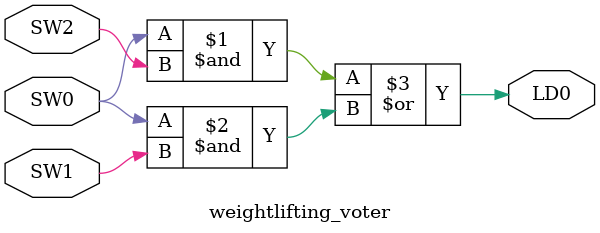
<source format=v>
`timescale 1ns / 1ps
module weightlifting_voter(
    input SW0,
    input SW1,
    input SW2,
    output LD0
    );
assign LD0 = (SW0&SW2)|(SW0&SW1);

endmodule

</source>
